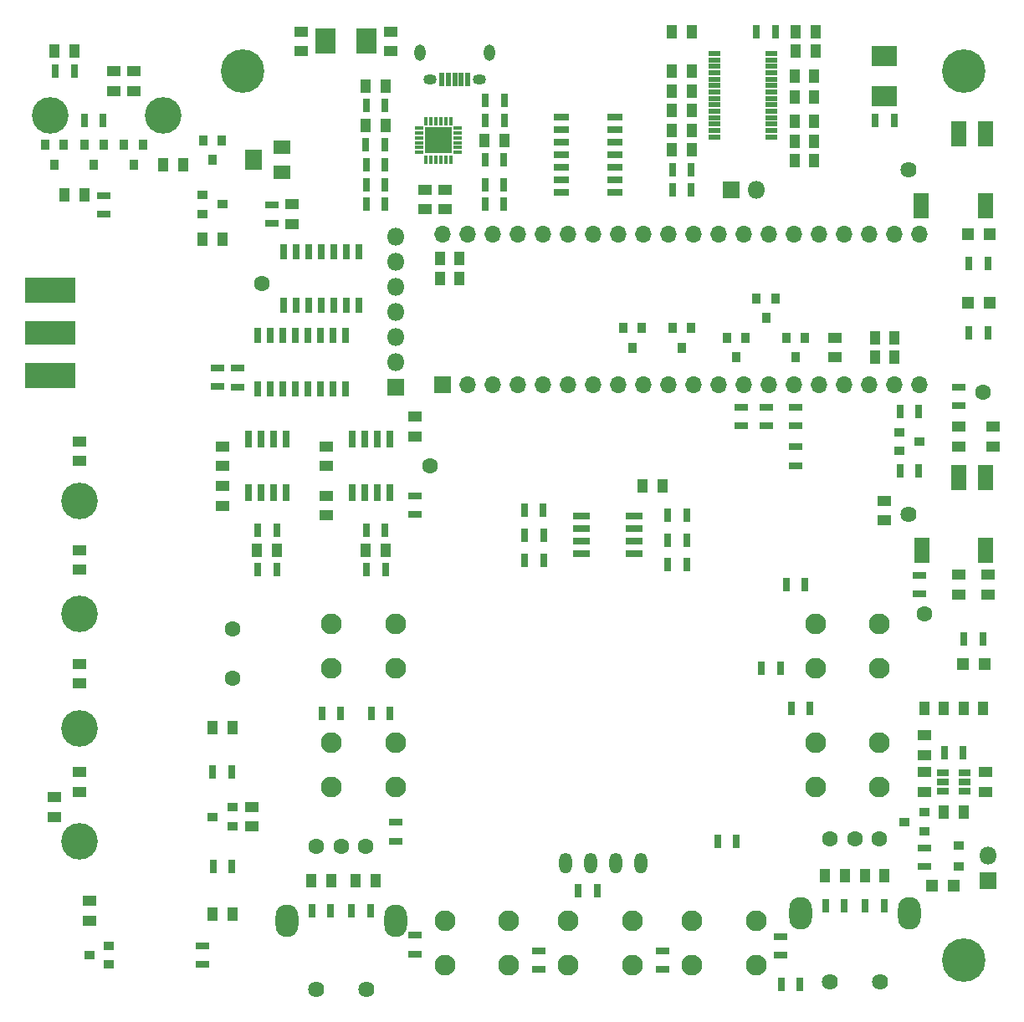
<source format=gbr>
%TF.GenerationSoftware,KiCad,Pcbnew,5.1.6*%
%TF.CreationDate,2020-08-25T15:19:02-07:00*%
%TF.ProjectId,uSDX,75534458-2e6b-4696-9361-645f70636258,2.0.3*%
%TF.SameCoordinates,Original*%
%TF.FileFunction,Soldermask,Top*%
%TF.FilePolarity,Negative*%
%FSLAX46Y46*%
G04 Gerber Fmt 4.6, Leading zero omitted, Abs format (unit mm)*
G04 Created by KiCad (PCBNEW 5.1.6) date 2020-08-25 15:19:02*
%MOMM*%
%LPD*%
G01*
G04 APERTURE LIST*
%ADD10R,0.701600X1.651600*%
%ADD11R,1.651600X0.701600*%
%ADD12R,5.181600X2.514600*%
%ADD13R,5.181600X2.387600*%
%ADD14R,1.701600X1.701600*%
%ADD15O,1.701600X1.701600*%
%ADD16C,1.601600*%
%ADD17R,1.601600X0.701600*%
%ADD18C,4.401600*%
%ADD19R,1.001600X0.901600*%
%ADD20R,1.351600X1.101600*%
%ADD21C,3.701600*%
%ADD22O,1.301600X2.101600*%
%ADD23R,1.101600X1.351600*%
%ADD24R,0.701600X1.601600*%
%ADD25C,2.101600*%
%ADD26O,2.301600X3.301600*%
%ADD27C,1.625600*%
%ADD28R,1.701600X1.401600*%
%ADD29R,1.701600X2.101600*%
%ADD30R,0.801600X1.401600*%
%ADD31R,1.401600X0.801600*%
%ADD32R,0.901600X1.001600*%
%ADD33R,1.301600X1.301600*%
%ADD34R,1.801600X1.801600*%
%ADD35O,1.801600X1.801600*%
%ADD36R,1.601600X2.601600*%
%ADD37R,2.001600X2.501600*%
%ADD38R,2.501600X2.001600*%
%ADD39R,0.951600X0.401600*%
%ADD40R,0.401600X0.951600*%
%ADD41R,1.401600X1.401600*%
%ADD42R,1.201600X0.501600*%
%ADD43R,1.161600X0.751600*%
%ADD44R,0.501600X1.451600*%
%ADD45O,1.351600X1.051600*%
%ADD46O,1.101600X1.651600*%
G04 APERTURE END LIST*
D10*
%TO.C,U304*%
X71405000Y-114300000D03*
X70135000Y-114300000D03*
X68865000Y-114300000D03*
X67595000Y-114300000D03*
X67595000Y-119700000D03*
X68865000Y-119700000D03*
X70135000Y-119700000D03*
X71405000Y-119700000D03*
%TD*%
D11*
%TO.C,U202*%
X101300000Y-122095000D03*
X101300000Y-123365000D03*
X101300000Y-124635000D03*
X101300000Y-125905000D03*
X106700000Y-125905000D03*
X106700000Y-124635000D03*
X106700000Y-123365000D03*
X106700000Y-122095000D03*
%TD*%
D10*
%TO.C,U305*%
X81905000Y-114300000D03*
X80635000Y-114300000D03*
X79365000Y-114300000D03*
X78095000Y-114300000D03*
X78095000Y-119700000D03*
X79365000Y-119700000D03*
X80635000Y-119700000D03*
X81905000Y-119700000D03*
%TD*%
D12*
%TO.C,J401*%
X47540000Y-99182000D03*
X47540000Y-107818000D03*
D13*
X47540000Y-103500000D03*
%TD*%
D14*
%TO.C,U201*%
X87250000Y-108750000D03*
D15*
X135510000Y-93510000D03*
X89790000Y-108750000D03*
X132970000Y-93510000D03*
X92330000Y-108750000D03*
X130430000Y-93510000D03*
X94870000Y-108750000D03*
X127890000Y-93510000D03*
X97410000Y-108750000D03*
X125350000Y-93510000D03*
X99950000Y-108750000D03*
X122810000Y-93510000D03*
X102490000Y-108750000D03*
X120270000Y-93510000D03*
X105030000Y-108750000D03*
X117730000Y-93510000D03*
X107570000Y-108750000D03*
X115190000Y-93510000D03*
X110110000Y-108750000D03*
X112650000Y-93510000D03*
X112650000Y-108750000D03*
X110110000Y-93510000D03*
X115190000Y-108750000D03*
X107570000Y-93510000D03*
X117730000Y-108750000D03*
X105030000Y-93510000D03*
X120270000Y-108750000D03*
X102490000Y-93510000D03*
X122810000Y-108750000D03*
X99950000Y-93510000D03*
X125350000Y-108750000D03*
X97410000Y-93510000D03*
X127890000Y-108750000D03*
X94870000Y-93510000D03*
X130430000Y-108750000D03*
X92330000Y-93510000D03*
X132970000Y-108750000D03*
X89790000Y-93510000D03*
X135510000Y-108750000D03*
X87250000Y-93510000D03*
%TD*%
D16*
%TO.C,TP306*%
X69000000Y-98500000D03*
%TD*%
D17*
%TO.C,U501*%
X104700000Y-89310000D03*
X104700000Y-88040000D03*
X104700000Y-86770000D03*
X104700000Y-85500000D03*
X104700000Y-84230000D03*
X104700000Y-82960000D03*
X104700000Y-81690000D03*
X99300000Y-81690000D03*
X99300000Y-82960000D03*
X99300000Y-84230000D03*
X99300000Y-85500000D03*
X99300000Y-86770000D03*
X99300000Y-88040000D03*
X99300000Y-89310000D03*
%TD*%
D18*
%TO.C,H104*%
X140000000Y-167000000D03*
%TD*%
%TO.C,H102*%
X67000000Y-77000000D03*
%TD*%
%TO.C,H101*%
X140000000Y-77000000D03*
%TD*%
D16*
%TO.C,TP202*%
X142000000Y-109500000D03*
%TD*%
D19*
%TO.C,D208*%
X133500000Y-113550000D03*
X133500000Y-115450000D03*
X135500000Y-114500000D03*
%TD*%
D20*
%TO.C,C305*%
X75500000Y-117000000D03*
X75500000Y-115000000D03*
%TD*%
D21*
%TO.C,L401*%
X59000000Y-81500000D03*
X47560000Y-81500000D03*
%TD*%
D22*
%TO.C,U203*%
X107310000Y-157230000D03*
X104770000Y-157230000D03*
X102230000Y-157230000D03*
X99690000Y-157230000D03*
%TD*%
D19*
%TO.C,D102*%
X136000000Y-153950000D03*
X136000000Y-152050000D03*
X134000000Y-153000000D03*
%TD*%
D20*
%TO.C,C414*%
X68000000Y-151500000D03*
X68000000Y-153500000D03*
%TD*%
D23*
%TO.C,C416*%
X66000000Y-143500000D03*
X64000000Y-143500000D03*
%TD*%
D19*
%TO.C,Q404*%
X66000000Y-153450000D03*
X66000000Y-151550000D03*
X64000000Y-152500000D03*
%TD*%
D20*
%TO.C,C422*%
X50500000Y-116500000D03*
X50500000Y-114500000D03*
%TD*%
%TO.C,C420*%
X50500000Y-139000000D03*
X50500000Y-137000000D03*
%TD*%
D19*
%TO.C,D402*%
X53500000Y-167450000D03*
X53500000Y-165550000D03*
X51500000Y-166500000D03*
%TD*%
D24*
%TO.C,U302*%
X78810000Y-95300000D03*
X77540000Y-95300000D03*
X76270000Y-95300000D03*
X75000000Y-95300000D03*
X73730000Y-95300000D03*
X72460000Y-95300000D03*
X71190000Y-95300000D03*
X71190000Y-100700000D03*
X72460000Y-100700000D03*
X73730000Y-100700000D03*
X75000000Y-100700000D03*
X76270000Y-100700000D03*
X77540000Y-100700000D03*
X78810000Y-100700000D03*
%TD*%
%TO.C,U301*%
X77445000Y-103800000D03*
X76175000Y-103800000D03*
X74905000Y-103800000D03*
X73635000Y-103800000D03*
X72365000Y-103800000D03*
X71095000Y-103800000D03*
X69825000Y-103800000D03*
X68555000Y-103800000D03*
X68555000Y-109200000D03*
X69825000Y-109200000D03*
X71095000Y-109200000D03*
X72365000Y-109200000D03*
X73635000Y-109200000D03*
X74905000Y-109200000D03*
X76175000Y-109200000D03*
X77445000Y-109200000D03*
%TD*%
D25*
%TO.C,SW209*%
X125000000Y-137500000D03*
X125000000Y-133000000D03*
X131500000Y-137500000D03*
X131500000Y-133000000D03*
%TD*%
%TO.C,SW208*%
X125000000Y-149500000D03*
X125000000Y-145000000D03*
X131500000Y-149500000D03*
X131500000Y-145000000D03*
%TD*%
%TO.C,SW207*%
X112500000Y-167500000D03*
X112500000Y-163000000D03*
X119000000Y-167500000D03*
X119000000Y-163000000D03*
%TD*%
%TO.C,SW206*%
X100000000Y-167500000D03*
X100000000Y-163000000D03*
X106500000Y-167500000D03*
X106500000Y-163000000D03*
%TD*%
%TO.C,SW205*%
X87500000Y-167500000D03*
X87500000Y-163000000D03*
X94000000Y-167500000D03*
X94000000Y-163000000D03*
%TD*%
%TO.C,SW204*%
X76000000Y-149500000D03*
X76000000Y-145000000D03*
X82500000Y-149500000D03*
X82500000Y-145000000D03*
%TD*%
%TO.C,SW203*%
X76000000Y-137500000D03*
X76000000Y-133000000D03*
X82500000Y-137500000D03*
X82500000Y-133000000D03*
%TD*%
D26*
%TO.C,SW202*%
X123500000Y-162250000D03*
X134500000Y-162250000D03*
D27*
X126500000Y-169250000D03*
X131540000Y-169250000D03*
D16*
X131500000Y-154750000D03*
X129000000Y-154750000D03*
X126500000Y-154750000D03*
%TD*%
D28*
%TO.C,RV301*%
X71000000Y-87250000D03*
D29*
X68100000Y-86000000D03*
D28*
X71000000Y-84750000D03*
%TD*%
D30*
%TO.C,R232*%
X119550000Y-137500000D03*
X121450000Y-137500000D03*
%TD*%
%TO.C,R231*%
X122550000Y-141500000D03*
X124450000Y-141500000D03*
%TD*%
%TO.C,R230*%
X123450000Y-169500000D03*
X121550000Y-169500000D03*
%TD*%
D31*
%TO.C,R229*%
X109500000Y-167950000D03*
X109500000Y-166050000D03*
%TD*%
D30*
%TO.C,R228*%
X76950000Y-142000000D03*
X75050000Y-142000000D03*
%TD*%
%TO.C,R227*%
X122050000Y-129000000D03*
X123950000Y-129000000D03*
%TD*%
D19*
%TO.C,D401*%
X63000000Y-89550000D03*
X63000000Y-91450000D03*
X65000000Y-90500000D03*
%TD*%
D32*
%TO.C,D301*%
X64950000Y-84000000D03*
X63050000Y-84000000D03*
X64000000Y-86000000D03*
%TD*%
%TO.C,D207*%
X112450000Y-103000000D03*
X110550000Y-103000000D03*
X111500000Y-105000000D03*
%TD*%
%TO.C,D206*%
X107450000Y-103000000D03*
X105550000Y-103000000D03*
X106500000Y-105000000D03*
%TD*%
%TO.C,D205*%
X120950000Y-100000000D03*
X119050000Y-100000000D03*
X120000000Y-102000000D03*
%TD*%
%TO.C,D204*%
X117950000Y-104000000D03*
X116050000Y-104000000D03*
X117000000Y-106000000D03*
%TD*%
D33*
%TO.C,D203*%
X140400000Y-100500000D03*
X142600000Y-100500000D03*
%TD*%
%TO.C,D202*%
X140400000Y-93500000D03*
X142600000Y-93500000D03*
%TD*%
D32*
%TO.C,D201*%
X123950000Y-104000000D03*
X122050000Y-104000000D03*
X123000000Y-106000000D03*
%TD*%
D33*
%TO.C,D104*%
X139900000Y-137000000D03*
X142100000Y-137000000D03*
%TD*%
%TO.C,D103*%
X139000000Y-159500000D03*
X136800000Y-159500000D03*
%TD*%
D20*
%TO.C,C212*%
X139500000Y-130000000D03*
X139500000Y-128000000D03*
%TD*%
D23*
%TO.C,C208*%
X89000000Y-96000000D03*
X87000000Y-96000000D03*
%TD*%
D16*
%TO.C,TP310*%
X86000000Y-117000000D03*
%TD*%
D30*
%TO.C,R307*%
X81500000Y-127500000D03*
X79600000Y-127500000D03*
%TD*%
%TO.C,R306*%
X70500000Y-127500000D03*
X68600000Y-127500000D03*
%TD*%
%TO.C,R305*%
X81450000Y-123500000D03*
X79550000Y-123500000D03*
%TD*%
%TO.C,R304*%
X70500000Y-123500000D03*
X68600000Y-123500000D03*
%TD*%
D31*
%TO.C,R303*%
X70000000Y-90550000D03*
X70000000Y-92450000D03*
%TD*%
%TO.C,R302*%
X66500000Y-107100000D03*
X66500000Y-109000000D03*
%TD*%
%TO.C,R301*%
X64500000Y-108950000D03*
X64500000Y-107050000D03*
%TD*%
D34*
%TO.C,J301*%
X82500000Y-109000000D03*
D35*
X82500000Y-106460000D03*
X82500000Y-103920000D03*
X82500000Y-101380000D03*
X82500000Y-98840000D03*
X82500000Y-96300000D03*
X82500000Y-93760000D03*
%TD*%
D31*
%TO.C,FB301*%
X84500000Y-120000000D03*
X84500000Y-121900000D03*
%TD*%
D20*
%TO.C,C309*%
X84500000Y-112000000D03*
X84500000Y-114000000D03*
%TD*%
D23*
%TO.C,C308*%
X79500000Y-125500000D03*
X81500000Y-125500000D03*
%TD*%
%TO.C,C307*%
X68500000Y-125500000D03*
X70500000Y-125500000D03*
%TD*%
D20*
%TO.C,C304*%
X65000000Y-115000000D03*
X65000000Y-117000000D03*
%TD*%
%TO.C,C303*%
X75500000Y-120000000D03*
X75500000Y-122000000D03*
%TD*%
%TO.C,C302*%
X65000000Y-119000000D03*
X65000000Y-121000000D03*
%TD*%
%TO.C,C301*%
X72000000Y-92500000D03*
X72000000Y-90500000D03*
%TD*%
D16*
%TO.C,TP201*%
X136000000Y-132000000D03*
%TD*%
D26*
%TO.C,SW201*%
X71500000Y-163000000D03*
X82500000Y-163000000D03*
D27*
X74500000Y-170000000D03*
X79540000Y-170000000D03*
D16*
X79500000Y-155500000D03*
X77000000Y-155500000D03*
X74500000Y-155500000D03*
%TD*%
D30*
%TO.C,R226*%
X130050000Y-161500000D03*
X131950000Y-161500000D03*
%TD*%
%TO.C,R225*%
X127950000Y-161500000D03*
X126050000Y-161500000D03*
%TD*%
D31*
%TO.C,R224*%
X97000000Y-166050000D03*
X97000000Y-167950000D03*
%TD*%
%TO.C,R223*%
X84500000Y-166400000D03*
X84500000Y-164500000D03*
%TD*%
D30*
%TO.C,R222*%
X81950000Y-142000000D03*
X80050000Y-142000000D03*
%TD*%
D31*
%TO.C,R221*%
X82500000Y-154950000D03*
X82500000Y-153050000D03*
%TD*%
%TO.C,R220*%
X121500000Y-164600000D03*
X121500000Y-166500000D03*
%TD*%
D30*
%TO.C,R219*%
X79950000Y-162000000D03*
X78050000Y-162000000D03*
%TD*%
%TO.C,R218*%
X74050000Y-162000000D03*
X75950000Y-162000000D03*
%TD*%
%TO.C,R217*%
X101000000Y-160000000D03*
X102900000Y-160000000D03*
%TD*%
%TO.C,R216*%
X115100000Y-155000000D03*
X117000000Y-155000000D03*
%TD*%
%TO.C,R215*%
X135450000Y-111500000D03*
X133550000Y-111500000D03*
%TD*%
%TO.C,R214*%
X133550000Y-117500000D03*
X135450000Y-117500000D03*
%TD*%
%TO.C,R213*%
X110050000Y-122000000D03*
X111950000Y-122000000D03*
%TD*%
%TO.C,R212*%
X97450000Y-121500000D03*
X95550000Y-121500000D03*
%TD*%
%TO.C,R211*%
X110050000Y-124500000D03*
X111950000Y-124500000D03*
%TD*%
%TO.C,R210*%
X97500000Y-124000000D03*
X95600000Y-124000000D03*
%TD*%
%TO.C,R209*%
X111950000Y-127000000D03*
X110050000Y-127000000D03*
%TD*%
D31*
%TO.C,R208*%
X120000000Y-111050000D03*
X120000000Y-112950000D03*
%TD*%
%TO.C,R207*%
X117500000Y-111050000D03*
X117500000Y-112950000D03*
%TD*%
D30*
%TO.C,R206*%
X95600000Y-126500000D03*
X97500000Y-126500000D03*
%TD*%
%TO.C,R205*%
X142450000Y-103500000D03*
X140550000Y-103500000D03*
%TD*%
%TO.C,R204*%
X50000000Y-77000000D03*
X48100000Y-77000000D03*
%TD*%
%TO.C,R203*%
X142450000Y-96500000D03*
X140550000Y-96500000D03*
%TD*%
D31*
%TO.C,R202*%
X123000000Y-112950000D03*
X123000000Y-111050000D03*
%TD*%
%TO.C,R201*%
X123000000Y-116950000D03*
X123000000Y-115050000D03*
%TD*%
%TO.C,L202*%
X139500000Y-110900000D03*
X139500000Y-109000000D03*
%TD*%
%TO.C,L201*%
X135500000Y-129950000D03*
X135500000Y-128050000D03*
%TD*%
D36*
%TO.C,J203*%
X135750000Y-125500000D03*
X142250000Y-125500000D03*
X139550000Y-118200000D03*
X142250000Y-118200000D03*
D27*
X134450000Y-121850000D03*
%TD*%
D36*
%TO.C,J202*%
X135700000Y-90650000D03*
X142200000Y-90650000D03*
X139500000Y-83350000D03*
X142200000Y-83350000D03*
D27*
X134400000Y-87000000D03*
%TD*%
D34*
%TO.C,J201*%
X116460000Y-89000000D03*
D35*
X119000000Y-89000000D03*
%TD*%
D20*
%TO.C,C216*%
X139500000Y-113000000D03*
X139500000Y-115000000D03*
%TD*%
%TO.C,C215*%
X143000000Y-115000000D03*
X143000000Y-113000000D03*
%TD*%
D23*
%TO.C,C214*%
X78500000Y-159000000D03*
X80500000Y-159000000D03*
%TD*%
%TO.C,C213*%
X74000000Y-159000000D03*
X76000000Y-159000000D03*
%TD*%
D20*
%TO.C,C211*%
X142500000Y-128000000D03*
X142500000Y-130000000D03*
%TD*%
%TO.C,C210*%
X132000000Y-120500000D03*
X132000000Y-122500000D03*
%TD*%
D23*
%TO.C,C209*%
X107500000Y-119000000D03*
X109500000Y-119000000D03*
%TD*%
%TO.C,C207*%
X89000000Y-98000000D03*
X87000000Y-98000000D03*
%TD*%
%TO.C,C206*%
X48000000Y-75000000D03*
X50000000Y-75000000D03*
%TD*%
D20*
%TO.C,C205*%
X127000000Y-104000000D03*
X127000000Y-106000000D03*
%TD*%
D23*
%TO.C,C204*%
X133000000Y-104000000D03*
X131000000Y-104000000D03*
%TD*%
%TO.C,C203*%
X130000000Y-158500000D03*
X132000000Y-158500000D03*
%TD*%
%TO.C,C202*%
X133000000Y-106000000D03*
X131000000Y-106000000D03*
%TD*%
%TO.C,C201*%
X126000000Y-158500000D03*
X128000000Y-158500000D03*
%TD*%
D37*
%TO.C,Y502*%
X79550000Y-74000000D03*
X75450000Y-74000000D03*
%TD*%
D38*
%TO.C,Y501*%
X132000000Y-75450000D03*
X132000000Y-79550000D03*
%TD*%
D39*
%TO.C,U503*%
X84900000Y-82750000D03*
X84900000Y-83250000D03*
X84900000Y-83750000D03*
X84900000Y-84250000D03*
X84900000Y-84750000D03*
X84900000Y-85250000D03*
D40*
X85600000Y-85950000D03*
X86100000Y-85950000D03*
X86600000Y-85950000D03*
X87100000Y-85950000D03*
X87600000Y-85950000D03*
X88100000Y-85950000D03*
D39*
X88800000Y-85250000D03*
X88800000Y-84750000D03*
X88800000Y-84250000D03*
X88800000Y-83750000D03*
X88800000Y-83250000D03*
X88800000Y-82750000D03*
D40*
X88100000Y-82050000D03*
X87600000Y-82050000D03*
X87100000Y-82050000D03*
X86600000Y-82050000D03*
X86100000Y-82050000D03*
X85600000Y-82050000D03*
D41*
X87500000Y-84650000D03*
X87500000Y-83350000D03*
X86200000Y-84650000D03*
X86200000Y-83350000D03*
%TD*%
D42*
%TO.C,U502*%
X114820000Y-75230000D03*
X114820000Y-75880000D03*
X114820000Y-76530000D03*
X114820000Y-77180000D03*
X114820000Y-77830000D03*
X114820000Y-78480000D03*
X114820000Y-79130000D03*
X114820000Y-79780000D03*
X114820000Y-80430000D03*
X114820000Y-81080000D03*
X114820000Y-81730000D03*
X114820000Y-82380000D03*
X114820000Y-83030000D03*
X114820000Y-83680000D03*
X120520000Y-83680000D03*
X120520000Y-83030000D03*
X120520000Y-82380000D03*
X120520000Y-81730000D03*
X120520000Y-81080000D03*
X120520000Y-80430000D03*
X120520000Y-79780000D03*
X120520000Y-79130000D03*
X120520000Y-78480000D03*
X120520000Y-77830000D03*
X120520000Y-77180000D03*
X120520000Y-76530000D03*
X120520000Y-75880000D03*
X120520000Y-75230000D03*
%TD*%
D43*
%TO.C,U101*%
X137900000Y-148050000D03*
X137900000Y-149000000D03*
X137900000Y-149950000D03*
X140100000Y-149950000D03*
X140100000Y-148050000D03*
X140100000Y-149000000D03*
%TD*%
D16*
%TO.C,TP402*%
X66000000Y-138500000D03*
%TD*%
%TO.C,TP401*%
X66000000Y-133500000D03*
%TD*%
D30*
%TO.C,TH401*%
X51000000Y-82000000D03*
X52900000Y-82000000D03*
%TD*%
%TO.C,R514*%
X81400000Y-84500000D03*
X79500000Y-84500000D03*
%TD*%
%TO.C,R513*%
X81450000Y-88500000D03*
X79550000Y-88500000D03*
%TD*%
%TO.C,R512*%
X79550000Y-80500000D03*
X81450000Y-80500000D03*
%TD*%
%TO.C,R511*%
X81450000Y-86500000D03*
X79550000Y-86500000D03*
%TD*%
%TO.C,R510*%
X81450000Y-90500000D03*
X79550000Y-90500000D03*
%TD*%
%TO.C,R509*%
X91550000Y-86000000D03*
X93450000Y-86000000D03*
%TD*%
%TO.C,R508*%
X93450000Y-90500000D03*
X91550000Y-90500000D03*
%TD*%
%TO.C,R507*%
X91550000Y-88500000D03*
X93450000Y-88500000D03*
%TD*%
%TO.C,R506*%
X91600000Y-80000000D03*
X93500000Y-80000000D03*
%TD*%
%TO.C,R505*%
X91600000Y-82000000D03*
X93500000Y-82000000D03*
%TD*%
%TO.C,R504*%
X131050000Y-82000000D03*
X132950000Y-82000000D03*
%TD*%
%TO.C,R503*%
X120950000Y-73000000D03*
X119050000Y-73000000D03*
%TD*%
%TO.C,R502*%
X110550000Y-87000000D03*
X112450000Y-87000000D03*
%TD*%
%TO.C,R501*%
X110550000Y-89000000D03*
X112450000Y-89000000D03*
%TD*%
%TO.C,R404*%
X65950000Y-157500000D03*
X64050000Y-157500000D03*
%TD*%
%TO.C,R403*%
X65900000Y-148000000D03*
X64000000Y-148000000D03*
%TD*%
D31*
%TO.C,R402*%
X63000000Y-167450000D03*
X63000000Y-165550000D03*
%TD*%
%TO.C,R401*%
X53000000Y-91500000D03*
X53000000Y-89600000D03*
%TD*%
D30*
%TO.C,R102*%
X141950000Y-134500000D03*
X140050000Y-134500000D03*
%TD*%
D31*
%TO.C,R101*%
X136000000Y-157550000D03*
X136000000Y-155650000D03*
%TD*%
D32*
%TO.C,Q403*%
X48950000Y-84500000D03*
X47050000Y-84500000D03*
X48000000Y-86500000D03*
%TD*%
%TO.C,Q402*%
X52950000Y-84500000D03*
X51050000Y-84500000D03*
X52000000Y-86500000D03*
%TD*%
%TO.C,Q401*%
X56950000Y-84500000D03*
X55050000Y-84500000D03*
X56000000Y-86500000D03*
%TD*%
D21*
%TO.C,L403*%
X50500000Y-132000000D03*
X50500000Y-120560000D03*
%TD*%
%TO.C,L402*%
X50500000Y-155000000D03*
X50500000Y-143560000D03*
%TD*%
D30*
%TO.C,L101*%
X139950000Y-146000000D03*
X138050000Y-146000000D03*
%TD*%
D44*
%TO.C,J501*%
X89800000Y-77850000D03*
X89150000Y-77850000D03*
X88500000Y-77850000D03*
X87850000Y-77850000D03*
X87200000Y-77850000D03*
D45*
X91000000Y-77850000D03*
X86000000Y-77850000D03*
D46*
X92000000Y-75150000D03*
X85000000Y-75150000D03*
%TD*%
D34*
%TO.C,J101*%
X142500000Y-159000000D03*
D35*
X142500000Y-156460000D03*
%TD*%
D19*
%TO.C,D101*%
X139500000Y-157550000D03*
X139500000Y-155450000D03*
%TD*%
D23*
%TO.C,C520*%
X81500000Y-82500000D03*
X79500000Y-82500000D03*
%TD*%
D20*
%TO.C,C519*%
X85500000Y-89000000D03*
X85500000Y-91000000D03*
%TD*%
D23*
%TO.C,C518*%
X81500000Y-78500000D03*
X79500000Y-78500000D03*
%TD*%
D20*
%TO.C,C517*%
X87500000Y-89000000D03*
X87500000Y-91000000D03*
%TD*%
%TO.C,C516*%
X73000000Y-75000000D03*
X73000000Y-73000000D03*
%TD*%
%TO.C,C515*%
X82000000Y-73000000D03*
X82000000Y-75000000D03*
%TD*%
D23*
%TO.C,C514*%
X122900000Y-79600000D03*
X124900000Y-79600000D03*
%TD*%
%TO.C,C513*%
X122900000Y-77500000D03*
X124900000Y-77500000D03*
%TD*%
%TO.C,C512*%
X122900000Y-82100000D03*
X124900000Y-82100000D03*
%TD*%
%TO.C,C511*%
X122900000Y-84100000D03*
X124900000Y-84100000D03*
%TD*%
%TO.C,C510*%
X123000000Y-73000000D03*
X125000000Y-73000000D03*
%TD*%
%TO.C,C509*%
X123000000Y-75000000D03*
X125000000Y-75000000D03*
%TD*%
%TO.C,C508*%
X122900000Y-86100000D03*
X124900000Y-86100000D03*
%TD*%
%TO.C,C507*%
X91500000Y-84000000D03*
X93500000Y-84000000D03*
%TD*%
%TO.C,C506*%
X110500000Y-81000000D03*
X112500000Y-81000000D03*
%TD*%
%TO.C,C505*%
X112500000Y-77000000D03*
X110500000Y-77000000D03*
%TD*%
%TO.C,C504*%
X112500000Y-73000000D03*
X110500000Y-73000000D03*
%TD*%
%TO.C,C503*%
X112500000Y-85000000D03*
X110500000Y-85000000D03*
%TD*%
%TO.C,C502*%
X110500000Y-83000000D03*
X112500000Y-83000000D03*
%TD*%
%TO.C,C501*%
X112500000Y-79000000D03*
X110500000Y-79000000D03*
%TD*%
D20*
%TO.C,C421*%
X50500000Y-125500000D03*
X50500000Y-127500000D03*
%TD*%
%TO.C,C419*%
X50500000Y-148000000D03*
X50500000Y-150000000D03*
%TD*%
D23*
%TO.C,C418*%
X64000000Y-162350000D03*
X66000000Y-162350000D03*
%TD*%
D20*
%TO.C,C417*%
X48000000Y-152500000D03*
X48000000Y-150500000D03*
%TD*%
%TO.C,C415*%
X51500000Y-163000000D03*
X51500000Y-161000000D03*
%TD*%
D23*
%TO.C,C411*%
X63000000Y-94000000D03*
X65000000Y-94000000D03*
%TD*%
%TO.C,C408*%
X61000000Y-86500000D03*
X59000000Y-86500000D03*
%TD*%
D20*
%TO.C,C406*%
X54000000Y-79000000D03*
X54000000Y-77000000D03*
%TD*%
D23*
%TO.C,C405*%
X51000000Y-89500000D03*
X49000000Y-89500000D03*
%TD*%
D20*
%TO.C,C404*%
X56000000Y-79000000D03*
X56000000Y-77000000D03*
%TD*%
D23*
%TO.C,C106*%
X138000000Y-141500000D03*
X136000000Y-141500000D03*
%TD*%
%TO.C,C105*%
X140000000Y-141500000D03*
X142000000Y-141500000D03*
%TD*%
D20*
%TO.C,C104*%
X136000000Y-146250000D03*
X136000000Y-144250000D03*
%TD*%
%TO.C,C103*%
X136000000Y-148000000D03*
X136000000Y-150000000D03*
%TD*%
%TO.C,C102*%
X142250000Y-148000000D03*
X142250000Y-150000000D03*
%TD*%
D23*
%TO.C,C101*%
X138000000Y-152000000D03*
X140000000Y-152000000D03*
%TD*%
M02*

</source>
